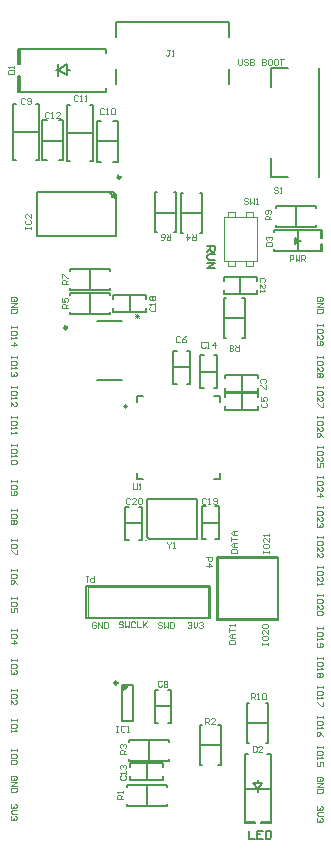
<source format=gto>
G04*
G04 #@! TF.GenerationSoftware,Altium Limited,Altium Designer,21.8.1 (53)*
G04*
G04 Layer_Color=65535*
%FSLAX23Y23*%
%MOIN*%
G70*
G04*
G04 #@! TF.SameCoordinates,9A98099C-E915-48DC-B274-BBC1B63A1E23*
G04*
G04*
G04 #@! TF.FilePolarity,Positive*
G04*
G01*
G75*
%ADD10C,0.010*%
%ADD11C,0.008*%
%ADD12C,0.004*%
%ADD13C,0.006*%
%ADD14C,0.005*%
G36*
X401Y-2167D02*
X419D01*
Y-2170D01*
X407Y-2182D01*
X401D01*
Y-2167D01*
D02*
G37*
G36*
X377Y-532D02*
X380Y-544D01*
X374D01*
X362Y-532D01*
Y-524D01*
X377Y-532D01*
D02*
G37*
D10*
X217Y-975D02*
G03*
X217Y-975I-5J0D01*
G01*
X385Y-2159D02*
G03*
X385Y-2159I-5J0D01*
G01*
X395Y-473D02*
G03*
X395Y-473I-5J0D01*
G01*
D11*
X416Y-1238D02*
G03*
X416Y-1238I-4J0D01*
G01*
X403Y-2182D02*
G03*
X419Y-2167I0J16D01*
G01*
X362Y-526D02*
G03*
X380Y-544I18J0D01*
G01*
X898Y-110D02*
X953D01*
X898Y-173D02*
Y-110D01*
Y-472D02*
Y-409D01*
Y-472D02*
X953D01*
X1056D02*
Y-110D01*
X281Y-1943D02*
Y-1837D01*
Y-1943D02*
X693D01*
Y-1837D01*
X281D02*
X693D01*
X316Y-953D02*
X400D01*
X316Y-1149D02*
X400D01*
X716Y-1738D02*
X922D01*
X716Y-1950D02*
Y-1738D01*
X922Y-1950D02*
Y-1738D01*
X716Y-1950D02*
X922D01*
X756Y-6D02*
Y45D01*
X379D02*
X756D01*
X379Y-6D02*
Y45D01*
X756Y-162D02*
Y-113D01*
X379Y-162D02*
Y-113D01*
X401Y-2167D02*
X437D01*
X401Y-2285D02*
X437D01*
X401D02*
Y-2167D01*
X437Y-2285D02*
Y-2167D01*
X401Y-2182D02*
X403D01*
X54Y-97D02*
Y-46D01*
X346D01*
X54Y-97D02*
X60D01*
Y-46D01*
Y-188D02*
Y-137D01*
X54D02*
X60D01*
X346Y-59D02*
Y-46D01*
X54Y-188D02*
Y-137D01*
X346Y-188D02*
Y-175D01*
X54Y-188D02*
X346D01*
X188Y-137D02*
Y-97D01*
Y-117D02*
X216Y-133D01*
X188Y-117D02*
X216Y-97D01*
Y-133D02*
Y-97D01*
X180Y-117D02*
X188D01*
X216D02*
X228D01*
X116Y-670D02*
X380D01*
X116D02*
Y-524D01*
X362Y-526D02*
Y-524D01*
X116D02*
X371D01*
X380Y-533D01*
Y-670D02*
Y-533D01*
X492Y-1679D02*
X524D01*
X484Y-1671D02*
X492Y-1679D01*
X484Y-1671D02*
Y-1545D01*
X650D01*
Y-1679D02*
Y-1545D01*
X524Y-1679D02*
X650D01*
D12*
X482Y-1683D02*
G03*
X482Y-1683I-2J0D01*
G01*
X287Y-1940D02*
Y-1840D01*
X687Y-1940D02*
Y-1840D01*
X287D02*
X687D01*
X287Y-1940D02*
X687D01*
X719Y-1944D02*
X919D01*
Y-1744D01*
X719D02*
X919D01*
X719Y-1944D02*
Y-1744D01*
X755Y-606D02*
Y-588D01*
X778D01*
Y-606D02*
Y-588D01*
X814Y-606D02*
Y-588D01*
X837D01*
Y-606D02*
Y-588D01*
Y-770D02*
Y-752D01*
X814Y-770D02*
X837D01*
X814D02*
Y-752D01*
X778Y-770D02*
Y-752D01*
X755Y-770D02*
X778D01*
X755D02*
Y-752D01*
X741D02*
X851D01*
Y-606D01*
X741D02*
X851D01*
X741Y-752D02*
Y-606D01*
X405Y-2546D02*
X385D01*
Y-2536D01*
X388Y-2533D01*
X395D01*
X398Y-2536D01*
Y-2546D01*
Y-2540D02*
X405Y-2533D01*
Y-2526D02*
Y-2520D01*
Y-2523D01*
X385D01*
X388Y-2526D01*
X405Y-1958D02*
X402Y-1954D01*
X395D01*
X392Y-1958D01*
Y-1961D01*
X395Y-1964D01*
X402D01*
X405Y-1968D01*
Y-1971D01*
X402Y-1974D01*
X395D01*
X392Y-1971D01*
X412Y-1954D02*
Y-1974D01*
X418Y-1968D01*
X425Y-1974D01*
Y-1954D01*
X444Y-1958D02*
X441Y-1954D01*
X435D01*
X431Y-1958D01*
Y-1971D01*
X435Y-1974D01*
X441D01*
X444Y-1971D01*
X451Y-1954D02*
Y-1974D01*
X464D01*
X471Y-1954D02*
Y-1974D01*
Y-1968D01*
X484Y-1954D01*
X474Y-1964D01*
X484Y-1974D01*
X535Y-1959D02*
X532Y-1955D01*
X525D01*
X522Y-1959D01*
Y-1962D01*
X525Y-1965D01*
X532D01*
X535Y-1969D01*
Y-1972D01*
X532Y-1975D01*
X525D01*
X522Y-1972D01*
X542Y-1955D02*
Y-1975D01*
X548Y-1969D01*
X555Y-1975D01*
Y-1955D01*
X561D02*
Y-1975D01*
X571D01*
X574Y-1972D01*
Y-1959D01*
X571Y-1955D01*
X561D01*
X315Y-1959D02*
X312Y-1955D01*
X305D01*
X302Y-1959D01*
Y-1972D01*
X305Y-1975D01*
X312D01*
X315Y-1972D01*
Y-1965D01*
X308D01*
X322Y-1975D02*
Y-1955D01*
X335Y-1975D01*
Y-1955D01*
X341D02*
Y-1975D01*
X351D01*
X354Y-1972D01*
Y-1959D01*
X351Y-1955D01*
X341D01*
X619Y-1960D02*
X622Y-1956D01*
X629D01*
X632Y-1960D01*
Y-1963D01*
X629Y-1966D01*
X625D01*
X629D01*
X632Y-1970D01*
Y-1973D01*
X629Y-1976D01*
X622D01*
X619Y-1973D01*
X639Y-1956D02*
Y-1970D01*
X645Y-1976D01*
X652Y-1970D01*
Y-1956D01*
X658Y-1960D02*
X662Y-1956D01*
X668D01*
X671Y-1960D01*
Y-1963D01*
X668Y-1966D01*
X665D01*
X668D01*
X671Y-1970D01*
Y-1973D01*
X668Y-1976D01*
X662D01*
X658Y-1973D01*
X959Y-753D02*
Y-733D01*
X969D01*
X972Y-737D01*
Y-743D01*
X969Y-747D01*
X959D01*
X979Y-733D02*
Y-753D01*
X985Y-747D01*
X992Y-753D01*
Y-733D01*
X998Y-753D02*
Y-733D01*
X1008D01*
X1011Y-737D01*
Y-743D01*
X1008Y-747D01*
X998D01*
X1005D02*
X1011Y-753D01*
X919Y-509D02*
X916Y-506D01*
X909D01*
X906Y-509D01*
Y-513D01*
X909Y-516D01*
X916D01*
X919Y-519D01*
Y-523D01*
X916Y-526D01*
X909D01*
X906Y-523D01*
X926Y-526D02*
X932D01*
X929D01*
Y-506D01*
X926Y-509D01*
X788Y-78D02*
Y-95D01*
X791Y-98D01*
X798D01*
X801Y-95D01*
Y-78D01*
X821Y-82D02*
X817Y-78D01*
X811D01*
X808Y-82D01*
Y-85D01*
X811Y-88D01*
X817D01*
X821Y-92D01*
Y-95D01*
X817Y-98D01*
X811D01*
X808Y-95D01*
X827Y-78D02*
Y-98D01*
X837D01*
X840Y-95D01*
Y-92D01*
X837Y-88D01*
X827D01*
X837D01*
X840Y-85D01*
Y-82D01*
X837Y-78D01*
X827D01*
X867D02*
Y-98D01*
X876D01*
X880Y-95D01*
Y-92D01*
X876Y-88D01*
X867D01*
X876D01*
X880Y-85D01*
Y-82D01*
X876Y-78D01*
X867D01*
X896D02*
X890D01*
X886Y-82D01*
Y-95D01*
X890Y-98D01*
X896D01*
X899Y-95D01*
Y-82D01*
X896Y-78D01*
X916D02*
X909D01*
X906Y-82D01*
Y-95D01*
X909Y-98D01*
X916D01*
X919Y-95D01*
Y-82D01*
X916Y-78D01*
X926D02*
X939D01*
X932D01*
Y-98D01*
X49Y-1269D02*
Y-1275D01*
Y-1272D01*
X29D01*
Y-1269D01*
Y-1275D01*
X49Y-1295D02*
Y-1289D01*
X45Y-1285D01*
X32D01*
X29Y-1289D01*
Y-1295D01*
X32Y-1298D01*
X45D01*
X49Y-1295D01*
X29Y-1305D02*
Y-1312D01*
Y-1308D01*
X49D01*
X45Y-1305D01*
X29Y-1321D02*
Y-1328D01*
Y-1325D01*
X49D01*
X45Y-1321D01*
X45Y-887D02*
X49Y-884D01*
Y-877D01*
X45Y-874D01*
X32D01*
X29Y-877D01*
Y-884D01*
X32Y-887D01*
X39D01*
Y-880D01*
X29Y-894D02*
X49D01*
X29Y-907D01*
X49D01*
Y-913D02*
X29D01*
Y-923D01*
X32Y-926D01*
X45D01*
X49Y-923D01*
Y-913D01*
X49Y-969D02*
Y-975D01*
Y-972D01*
X29D01*
Y-969D01*
Y-975D01*
X49Y-995D02*
Y-989D01*
X45Y-985D01*
X32D01*
X29Y-989D01*
Y-995D01*
X32Y-998D01*
X45D01*
X49Y-995D01*
X29Y-1005D02*
Y-1012D01*
Y-1008D01*
X49D01*
X45Y-1005D01*
X29Y-1031D02*
X49D01*
X39Y-1021D01*
Y-1035D01*
X49Y-1069D02*
Y-1075D01*
Y-1072D01*
X29D01*
Y-1069D01*
Y-1075D01*
X49Y-1095D02*
Y-1089D01*
X45Y-1085D01*
X32D01*
X29Y-1089D01*
Y-1095D01*
X32Y-1098D01*
X45D01*
X49Y-1095D01*
X29Y-1105D02*
Y-1112D01*
Y-1108D01*
X49D01*
X45Y-1105D01*
Y-1121D02*
X49Y-1125D01*
Y-1131D01*
X45Y-1135D01*
X42D01*
X39Y-1131D01*
Y-1128D01*
Y-1131D01*
X35Y-1135D01*
X32D01*
X29Y-1131D01*
Y-1125D01*
X32Y-1121D01*
X49Y-1169D02*
Y-1175D01*
Y-1172D01*
X29D01*
Y-1169D01*
Y-1175D01*
X49Y-1195D02*
Y-1189D01*
X45Y-1185D01*
X32D01*
X29Y-1189D01*
Y-1195D01*
X32Y-1198D01*
X45D01*
X49Y-1195D01*
X29Y-1205D02*
Y-1212D01*
Y-1208D01*
X49D01*
X45Y-1205D01*
X29Y-1235D02*
Y-1221D01*
X42Y-1235D01*
X45D01*
X49Y-1231D01*
Y-1225D01*
X45Y-1221D01*
X49Y-1364D02*
Y-1370D01*
Y-1367D01*
X29D01*
Y-1364D01*
Y-1370D01*
X49Y-1390D02*
Y-1384D01*
X45Y-1380D01*
X32D01*
X29Y-1384D01*
Y-1390D01*
X32Y-1393D01*
X45D01*
X49Y-1390D01*
X29Y-1400D02*
Y-1407D01*
Y-1403D01*
X49D01*
X45Y-1400D01*
Y-1416D02*
X49Y-1420D01*
Y-1426D01*
X45Y-1430D01*
X32D01*
X29Y-1426D01*
Y-1420D01*
X32Y-1416D01*
X45D01*
X49Y-1484D02*
Y-1490D01*
Y-1487D01*
X29D01*
Y-1484D01*
Y-1490D01*
X49Y-1510D02*
Y-1504D01*
X45Y-1500D01*
X32D01*
X29Y-1504D01*
Y-1510D01*
X32Y-1513D01*
X45D01*
X49Y-1510D01*
X32Y-1520D02*
X29Y-1523D01*
Y-1530D01*
X32Y-1533D01*
X45D01*
X49Y-1530D01*
Y-1523D01*
X45Y-1520D01*
X42D01*
X39Y-1523D01*
Y-1533D01*
X49Y-1579D02*
Y-1585D01*
Y-1582D01*
X29D01*
Y-1579D01*
Y-1585D01*
X49Y-1605D02*
Y-1599D01*
X45Y-1595D01*
X32D01*
X29Y-1599D01*
Y-1605D01*
X32Y-1608D01*
X45D01*
X49Y-1605D01*
X45Y-1615D02*
X49Y-1618D01*
Y-1625D01*
X45Y-1628D01*
X42D01*
X39Y-1625D01*
X35Y-1628D01*
X32D01*
X29Y-1625D01*
Y-1618D01*
X32Y-1615D01*
X35D01*
X39Y-1618D01*
X42Y-1615D01*
X45D01*
X39Y-1618D02*
Y-1625D01*
X49Y-1679D02*
Y-1685D01*
Y-1682D01*
X29D01*
Y-1679D01*
Y-1685D01*
X49Y-1705D02*
Y-1699D01*
X45Y-1695D01*
X32D01*
X29Y-1699D01*
Y-1705D01*
X32Y-1708D01*
X45D01*
X49Y-1705D01*
Y-1715D02*
Y-1728D01*
X45D01*
X32Y-1715D01*
X29D01*
X49Y-1779D02*
Y-1785D01*
Y-1782D01*
X29D01*
Y-1779D01*
Y-1785D01*
X49Y-1805D02*
Y-1799D01*
X45Y-1795D01*
X32D01*
X29Y-1799D01*
Y-1805D01*
X32Y-1808D01*
X45D01*
X49Y-1805D01*
Y-1828D02*
X45Y-1822D01*
X39Y-1815D01*
X32D01*
X29Y-1818D01*
Y-1825D01*
X32Y-1828D01*
X35D01*
X39Y-1825D01*
Y-1815D01*
X49Y-1874D02*
Y-1880D01*
Y-1877D01*
X29D01*
Y-1874D01*
Y-1880D01*
X49Y-1900D02*
Y-1894D01*
X45Y-1890D01*
X32D01*
X29Y-1894D01*
Y-1900D01*
X32Y-1903D01*
X45D01*
X49Y-1900D01*
Y-1923D02*
Y-1910D01*
X39D01*
X42Y-1917D01*
Y-1920D01*
X39Y-1923D01*
X32D01*
X29Y-1920D01*
Y-1913D01*
X32Y-1910D01*
X49Y-1979D02*
Y-1985D01*
Y-1982D01*
X29D01*
Y-1979D01*
Y-1985D01*
X49Y-2005D02*
Y-1999D01*
X45Y-1995D01*
X32D01*
X29Y-1999D01*
Y-2005D01*
X32Y-2008D01*
X45D01*
X49Y-2005D01*
X29Y-2025D02*
X49D01*
X39Y-2015D01*
Y-2028D01*
X49Y-2079D02*
Y-2085D01*
Y-2082D01*
X29D01*
Y-2079D01*
Y-2085D01*
X49Y-2105D02*
Y-2099D01*
X45Y-2095D01*
X32D01*
X29Y-2099D01*
Y-2105D01*
X32Y-2108D01*
X45D01*
X49Y-2105D01*
X45Y-2115D02*
X49Y-2118D01*
Y-2125D01*
X45Y-2128D01*
X42D01*
X39Y-2125D01*
Y-2122D01*
Y-2125D01*
X35Y-2128D01*
X32D01*
X29Y-2125D01*
Y-2118D01*
X32Y-2115D01*
X49Y-2179D02*
Y-2185D01*
Y-2182D01*
X29D01*
Y-2179D01*
Y-2185D01*
X49Y-2205D02*
Y-2199D01*
X45Y-2195D01*
X32D01*
X29Y-2199D01*
Y-2205D01*
X32Y-2208D01*
X45D01*
X49Y-2205D01*
X29Y-2228D02*
Y-2215D01*
X42Y-2228D01*
X45D01*
X49Y-2225D01*
Y-2218D01*
X45Y-2215D01*
X49Y-2279D02*
Y-2285D01*
Y-2282D01*
X29D01*
Y-2279D01*
Y-2285D01*
X49Y-2305D02*
Y-2299D01*
X45Y-2295D01*
X32D01*
X29Y-2299D01*
Y-2305D01*
X32Y-2308D01*
X45D01*
X49Y-2305D01*
X29Y-2315D02*
Y-2322D01*
Y-2318D01*
X49D01*
X45Y-2315D01*
X49Y-2379D02*
Y-2385D01*
Y-2382D01*
X29D01*
Y-2379D01*
Y-2385D01*
X49Y-2405D02*
Y-2399D01*
X45Y-2395D01*
X32D01*
X29Y-2399D01*
Y-2405D01*
X32Y-2408D01*
X45D01*
X49Y-2405D01*
X45Y-2415D02*
X49Y-2418D01*
Y-2425D01*
X45Y-2428D01*
X32D01*
X29Y-2425D01*
Y-2418D01*
X32Y-2415D01*
X45D01*
Y-2482D02*
X49Y-2479D01*
Y-2472D01*
X45Y-2469D01*
X32D01*
X29Y-2472D01*
Y-2479D01*
X32Y-2482D01*
X39D01*
Y-2475D01*
X29Y-2489D02*
X49D01*
X29Y-2502D01*
X49D01*
Y-2508D02*
X29D01*
Y-2518D01*
X32Y-2521D01*
X45D01*
X49Y-2518D01*
Y-2508D01*
X45Y-2564D02*
X49Y-2567D01*
Y-2574D01*
X45Y-2577D01*
X42D01*
X39Y-2574D01*
Y-2570D01*
Y-2574D01*
X35Y-2577D01*
X32D01*
X29Y-2574D01*
Y-2567D01*
X32Y-2564D01*
X49Y-2584D02*
X35D01*
X29Y-2590D01*
X35Y-2597D01*
X49D01*
X45Y-2603D02*
X49Y-2607D01*
Y-2613D01*
X45Y-2616D01*
X42D01*
X39Y-2613D01*
Y-2610D01*
Y-2613D01*
X35Y-2616D01*
X32D01*
X29Y-2613D01*
Y-2607D01*
X32Y-2603D01*
X1065Y-2569D02*
X1069Y-2572D01*
Y-2579D01*
X1065Y-2582D01*
X1062D01*
X1059Y-2579D01*
Y-2575D01*
Y-2579D01*
X1055Y-2582D01*
X1052D01*
X1049Y-2579D01*
Y-2572D01*
X1052Y-2569D01*
X1069Y-2589D02*
X1055D01*
X1049Y-2595D01*
X1055Y-2602D01*
X1069D01*
X1065Y-2608D02*
X1069Y-2612D01*
Y-2618D01*
X1065Y-2621D01*
X1062D01*
X1059Y-2618D01*
Y-2615D01*
Y-2618D01*
X1055Y-2621D01*
X1052D01*
X1049Y-2618D01*
Y-2612D01*
X1052Y-2608D01*
X1065Y-2487D02*
X1069Y-2484D01*
Y-2477D01*
X1065Y-2474D01*
X1052D01*
X1049Y-2477D01*
Y-2484D01*
X1052Y-2487D01*
X1059D01*
Y-2480D01*
X1049Y-2494D02*
X1069D01*
X1049Y-2507D01*
X1069D01*
Y-2513D02*
X1049D01*
Y-2523D01*
X1052Y-2526D01*
X1065D01*
X1069Y-2523D01*
Y-2513D01*
Y-2369D02*
Y-2375D01*
Y-2372D01*
X1049D01*
Y-2369D01*
Y-2375D01*
X1069Y-2395D02*
Y-2389D01*
X1065Y-2385D01*
X1052D01*
X1049Y-2389D01*
Y-2395D01*
X1052Y-2398D01*
X1065D01*
X1069Y-2395D01*
X1049Y-2405D02*
Y-2412D01*
Y-2408D01*
X1069D01*
X1065Y-2405D01*
X1069Y-2435D02*
Y-2421D01*
X1059D01*
X1062Y-2428D01*
Y-2431D01*
X1059Y-2435D01*
X1052D01*
X1049Y-2431D01*
Y-2425D01*
X1052Y-2421D01*
X1069Y-2269D02*
Y-2275D01*
Y-2272D01*
X1049D01*
Y-2269D01*
Y-2275D01*
X1069Y-2295D02*
Y-2289D01*
X1065Y-2285D01*
X1052D01*
X1049Y-2289D01*
Y-2295D01*
X1052Y-2298D01*
X1065D01*
X1069Y-2295D01*
X1049Y-2305D02*
Y-2312D01*
Y-2308D01*
X1069D01*
X1065Y-2305D01*
X1069Y-2335D02*
X1065Y-2328D01*
X1059Y-2321D01*
X1052D01*
X1049Y-2325D01*
Y-2331D01*
X1052Y-2335D01*
X1055D01*
X1059Y-2331D01*
Y-2321D01*
X1069Y-2169D02*
Y-2175D01*
Y-2172D01*
X1049D01*
Y-2169D01*
Y-2175D01*
X1069Y-2195D02*
Y-2189D01*
X1065Y-2185D01*
X1052D01*
X1049Y-2189D01*
Y-2195D01*
X1052Y-2198D01*
X1065D01*
X1069Y-2195D01*
X1049Y-2205D02*
Y-2212D01*
Y-2208D01*
X1069D01*
X1065Y-2205D01*
X1069Y-2221D02*
Y-2235D01*
X1065D01*
X1052Y-2221D01*
X1049D01*
X1069Y-2074D02*
Y-2080D01*
Y-2077D01*
X1049D01*
Y-2074D01*
Y-2080D01*
X1069Y-2100D02*
Y-2094D01*
X1065Y-2090D01*
X1052D01*
X1049Y-2094D01*
Y-2100D01*
X1052Y-2103D01*
X1065D01*
X1069Y-2100D01*
X1049Y-2110D02*
Y-2117D01*
Y-2113D01*
X1069D01*
X1065Y-2110D01*
Y-2126D02*
X1069Y-2130D01*
Y-2136D01*
X1065Y-2140D01*
X1062D01*
X1059Y-2136D01*
X1055Y-2140D01*
X1052D01*
X1049Y-2136D01*
Y-2130D01*
X1052Y-2126D01*
X1055D01*
X1059Y-2130D01*
X1062Y-2126D01*
X1065D01*
X1059Y-2130D02*
Y-2136D01*
X1069Y-1974D02*
Y-1980D01*
Y-1977D01*
X1049D01*
Y-1974D01*
Y-1980D01*
X1069Y-2000D02*
Y-1994D01*
X1065Y-1990D01*
X1052D01*
X1049Y-1994D01*
Y-2000D01*
X1052Y-2003D01*
X1065D01*
X1069Y-2000D01*
X1049Y-2010D02*
Y-2017D01*
Y-2013D01*
X1069D01*
X1065Y-2010D01*
X1052Y-2026D02*
X1049Y-2030D01*
Y-2036D01*
X1052Y-2040D01*
X1065D01*
X1069Y-2036D01*
Y-2030D01*
X1065Y-2026D01*
X1062D01*
X1059Y-2030D01*
Y-2040D01*
X1069Y-1864D02*
Y-1870D01*
Y-1867D01*
X1049D01*
Y-1864D01*
Y-1870D01*
X1069Y-1890D02*
Y-1884D01*
X1065Y-1880D01*
X1052D01*
X1049Y-1884D01*
Y-1890D01*
X1052Y-1893D01*
X1065D01*
X1069Y-1890D01*
X1049Y-1913D02*
Y-1900D01*
X1062Y-1913D01*
X1065D01*
X1069Y-1910D01*
Y-1903D01*
X1065Y-1900D01*
Y-1920D02*
X1069Y-1923D01*
Y-1930D01*
X1065Y-1933D01*
X1052D01*
X1049Y-1930D01*
Y-1923D01*
X1052Y-1920D01*
X1065D01*
X1069Y-1769D02*
Y-1775D01*
Y-1772D01*
X1049D01*
Y-1769D01*
Y-1775D01*
X1069Y-1795D02*
Y-1789D01*
X1065Y-1785D01*
X1052D01*
X1049Y-1789D01*
Y-1795D01*
X1052Y-1798D01*
X1065D01*
X1069Y-1795D01*
X1049Y-1818D02*
Y-1805D01*
X1062Y-1818D01*
X1065D01*
X1069Y-1815D01*
Y-1808D01*
X1065Y-1805D01*
X1049Y-1825D02*
Y-1831D01*
Y-1828D01*
X1069D01*
X1065Y-1825D01*
X1069Y-1669D02*
Y-1675D01*
Y-1672D01*
X1049D01*
Y-1669D01*
Y-1675D01*
X1069Y-1695D02*
Y-1689D01*
X1065Y-1685D01*
X1052D01*
X1049Y-1689D01*
Y-1695D01*
X1052Y-1698D01*
X1065D01*
X1069Y-1695D01*
X1049Y-1718D02*
Y-1705D01*
X1062Y-1718D01*
X1065D01*
X1069Y-1715D01*
Y-1708D01*
X1065Y-1705D01*
X1049Y-1738D02*
Y-1725D01*
X1062Y-1738D01*
X1065D01*
X1069Y-1735D01*
Y-1728D01*
X1065Y-1725D01*
X1069Y-1569D02*
Y-1575D01*
Y-1572D01*
X1049D01*
Y-1569D01*
Y-1575D01*
X1069Y-1595D02*
Y-1589D01*
X1065Y-1585D01*
X1052D01*
X1049Y-1589D01*
Y-1595D01*
X1052Y-1598D01*
X1065D01*
X1069Y-1595D01*
X1049Y-1618D02*
Y-1605D01*
X1062Y-1618D01*
X1065D01*
X1069Y-1615D01*
Y-1608D01*
X1065Y-1605D01*
Y-1625D02*
X1069Y-1628D01*
Y-1635D01*
X1065Y-1638D01*
X1062D01*
X1059Y-1635D01*
Y-1631D01*
Y-1635D01*
X1055Y-1638D01*
X1052D01*
X1049Y-1635D01*
Y-1628D01*
X1052Y-1625D01*
X1069Y-1469D02*
Y-1475D01*
Y-1472D01*
X1049D01*
Y-1469D01*
Y-1475D01*
X1069Y-1495D02*
Y-1489D01*
X1065Y-1485D01*
X1052D01*
X1049Y-1489D01*
Y-1495D01*
X1052Y-1498D01*
X1065D01*
X1069Y-1495D01*
X1049Y-1518D02*
Y-1505D01*
X1062Y-1518D01*
X1065D01*
X1069Y-1515D01*
Y-1508D01*
X1065Y-1505D01*
X1049Y-1535D02*
X1069D01*
X1059Y-1525D01*
Y-1538D01*
X1069Y-1369D02*
Y-1375D01*
Y-1372D01*
X1049D01*
Y-1369D01*
Y-1375D01*
X1069Y-1395D02*
Y-1389D01*
X1065Y-1385D01*
X1052D01*
X1049Y-1389D01*
Y-1395D01*
X1052Y-1398D01*
X1065D01*
X1069Y-1395D01*
X1049Y-1418D02*
Y-1405D01*
X1062Y-1418D01*
X1065D01*
X1069Y-1415D01*
Y-1408D01*
X1065Y-1405D01*
X1069Y-1438D02*
Y-1425D01*
X1059D01*
X1062Y-1431D01*
Y-1435D01*
X1059Y-1438D01*
X1052D01*
X1049Y-1435D01*
Y-1428D01*
X1052Y-1425D01*
X1069Y-1269D02*
Y-1275D01*
Y-1272D01*
X1049D01*
Y-1269D01*
Y-1275D01*
X1069Y-1295D02*
Y-1289D01*
X1065Y-1285D01*
X1052D01*
X1049Y-1289D01*
Y-1295D01*
X1052Y-1298D01*
X1065D01*
X1069Y-1295D01*
X1049Y-1318D02*
Y-1305D01*
X1062Y-1318D01*
X1065D01*
X1069Y-1315D01*
Y-1308D01*
X1065Y-1305D01*
X1069Y-1338D02*
X1065Y-1331D01*
X1059Y-1325D01*
X1052D01*
X1049Y-1328D01*
Y-1335D01*
X1052Y-1338D01*
X1055D01*
X1059Y-1335D01*
Y-1325D01*
X1069Y-1169D02*
Y-1175D01*
Y-1172D01*
X1049D01*
Y-1169D01*
Y-1175D01*
X1069Y-1195D02*
Y-1189D01*
X1065Y-1185D01*
X1052D01*
X1049Y-1189D01*
Y-1195D01*
X1052Y-1198D01*
X1065D01*
X1069Y-1195D01*
X1049Y-1218D02*
Y-1205D01*
X1062Y-1218D01*
X1065D01*
X1069Y-1215D01*
Y-1208D01*
X1065Y-1205D01*
X1069Y-1225D02*
Y-1238D01*
X1065D01*
X1052Y-1225D01*
X1049D01*
X1069Y-1069D02*
Y-1075D01*
Y-1072D01*
X1049D01*
Y-1069D01*
Y-1075D01*
X1069Y-1095D02*
Y-1089D01*
X1065Y-1085D01*
X1052D01*
X1049Y-1089D01*
Y-1095D01*
X1052Y-1098D01*
X1065D01*
X1069Y-1095D01*
X1049Y-1118D02*
Y-1105D01*
X1062Y-1118D01*
X1065D01*
X1069Y-1115D01*
Y-1108D01*
X1065Y-1105D01*
Y-1125D02*
X1069Y-1128D01*
Y-1135D01*
X1065Y-1138D01*
X1062D01*
X1059Y-1135D01*
X1055Y-1138D01*
X1052D01*
X1049Y-1135D01*
Y-1128D01*
X1052Y-1125D01*
X1055D01*
X1059Y-1128D01*
X1062Y-1125D01*
X1065D01*
X1059Y-1128D02*
Y-1135D01*
X1069Y-964D02*
Y-970D01*
Y-967D01*
X1049D01*
Y-964D01*
Y-970D01*
X1069Y-990D02*
Y-984D01*
X1065Y-980D01*
X1052D01*
X1049Y-984D01*
Y-990D01*
X1052Y-993D01*
X1065D01*
X1069Y-990D01*
X1049Y-1013D02*
Y-1000D01*
X1062Y-1013D01*
X1065D01*
X1069Y-1010D01*
Y-1003D01*
X1065Y-1000D01*
X1052Y-1020D02*
X1049Y-1023D01*
Y-1030D01*
X1052Y-1033D01*
X1065D01*
X1069Y-1030D01*
Y-1023D01*
X1065Y-1020D01*
X1062D01*
X1059Y-1023D01*
Y-1033D01*
X1065Y-887D02*
X1069Y-884D01*
Y-877D01*
X1065Y-874D01*
X1052D01*
X1049Y-877D01*
Y-884D01*
X1052Y-887D01*
X1059D01*
Y-880D01*
X1049Y-894D02*
X1069D01*
X1049Y-907D01*
X1069D01*
Y-913D02*
X1049D01*
Y-923D01*
X1052Y-926D01*
X1065D01*
X1069Y-923D01*
Y-913D01*
X308Y-1803D02*
Y-1823D01*
X298D01*
X295Y-1820D01*
Y-1813D01*
X298Y-1810D01*
X308D01*
X288Y-1803D02*
X282D01*
X285D01*
Y-1823D01*
X288Y-1820D01*
X764Y-1726D02*
X784D01*
Y-1716D01*
X780Y-1713D01*
X767D01*
X764Y-1716D01*
Y-1726D01*
X784Y-1706D02*
X770D01*
X764Y-1700D01*
X770Y-1693D01*
X784D01*
X774D01*
Y-1706D01*
X764Y-1687D02*
Y-1673D01*
Y-1680D01*
X784D01*
Y-1667D02*
X770D01*
X764Y-1660D01*
X770Y-1654D01*
X784D01*
X774D01*
Y-1667D01*
X870Y-1726D02*
Y-1719D01*
Y-1723D01*
X890D01*
Y-1726D01*
Y-1719D01*
X870Y-1700D02*
Y-1706D01*
X873Y-1709D01*
X887D01*
X890Y-1706D01*
Y-1700D01*
X887Y-1696D01*
X873D01*
X870Y-1700D01*
X890Y-1677D02*
Y-1690D01*
X877Y-1677D01*
X873D01*
X870Y-1680D01*
Y-1687D01*
X873Y-1690D01*
X890Y-1670D02*
Y-1664D01*
Y-1667D01*
X870D01*
X873Y-1670D01*
X758Y-2028D02*
X778D01*
Y-2018D01*
X775Y-2015D01*
X762D01*
X758Y-2018D01*
Y-2028D01*
X778Y-2008D02*
X765D01*
X758Y-2002D01*
X765Y-1995D01*
X778D01*
X768D01*
Y-2008D01*
X758Y-1989D02*
Y-1976D01*
Y-1982D01*
X778D01*
Y-1969D02*
Y-1962D01*
Y-1966D01*
X758D01*
X762Y-1969D01*
X868Y-2032D02*
Y-2025D01*
Y-2029D01*
X888D01*
Y-2032D01*
Y-2025D01*
X868Y-2006D02*
Y-2012D01*
X872Y-2016D01*
X885D01*
X888Y-2012D01*
Y-2006D01*
X885Y-2002D01*
X872D01*
X868Y-2006D01*
X888Y-1983D02*
Y-1996D01*
X875Y-1983D01*
X872D01*
X868Y-1986D01*
Y-1993D01*
X872Y-1996D01*
Y-1976D02*
X868Y-1973D01*
Y-1966D01*
X872Y-1963D01*
X885D01*
X888Y-1966D01*
Y-1973D01*
X885Y-1976D01*
X872D01*
X831Y-2214D02*
Y-2194D01*
X841D01*
X845Y-2197D01*
Y-2204D01*
X841Y-2207D01*
X831D01*
X838D02*
X845Y-2214D01*
X851D02*
X858D01*
X854D01*
Y-2194D01*
X851Y-2197D01*
X867D02*
X871Y-2194D01*
X877D01*
X881Y-2197D01*
Y-2211D01*
X877Y-2214D01*
X871D01*
X867Y-2211D01*
Y-2197D01*
X836Y-2369D02*
Y-2389D01*
X845D01*
X849Y-2386D01*
Y-2372D01*
X845Y-2369D01*
X836D01*
X868Y-2389D02*
X855D01*
X868Y-2376D01*
Y-2372D01*
X865Y-2369D01*
X859D01*
X855Y-2372D01*
X881Y-703D02*
X901D01*
Y-694D01*
X898Y-690D01*
X884D01*
X881Y-694D01*
Y-703D01*
X884Y-684D02*
X881Y-680D01*
Y-674D01*
X884Y-671D01*
X888D01*
X891Y-674D01*
Y-677D01*
Y-674D01*
X894Y-671D01*
X898D01*
X901Y-674D01*
Y-680D01*
X898Y-684D01*
X896Y-614D02*
X876D01*
Y-605D01*
X879Y-601D01*
X886D01*
X889Y-605D01*
Y-614D01*
Y-608D02*
X896Y-601D01*
X893Y-595D02*
X896Y-591D01*
Y-585D01*
X893Y-582D01*
X879D01*
X876Y-585D01*
Y-591D01*
X879Y-595D01*
X883D01*
X886Y-591D01*
Y-582D01*
X551Y-1689D02*
Y-1692D01*
X558Y-1699D01*
X565Y-1692D01*
Y-1689D01*
X558Y-1699D02*
Y-1709D01*
X571D02*
X578D01*
X574D01*
Y-1689D01*
X571Y-1692D01*
X436Y-1494D02*
Y-1511D01*
X439Y-1514D01*
X446D01*
X449Y-1511D01*
Y-1494D01*
X456Y-1514D02*
X462D01*
X459D01*
Y-1494D01*
X456Y-1498D01*
X821Y-545D02*
X818Y-542D01*
X811D01*
X808Y-545D01*
Y-549D01*
X811Y-552D01*
X818D01*
X821Y-555D01*
Y-559D01*
X818Y-562D01*
X811D01*
X808Y-559D01*
X828Y-542D02*
Y-562D01*
X834Y-555D01*
X841Y-562D01*
Y-542D01*
X847Y-562D02*
X854D01*
X851D01*
Y-542D01*
X847Y-545D01*
X791Y-1032D02*
Y-1052D01*
X782D01*
X778Y-1049D01*
Y-1042D01*
X782Y-1039D01*
X791D01*
X785D02*
X778Y-1032D01*
X772Y-1049D02*
X768Y-1052D01*
X762D01*
X759Y-1049D01*
Y-1045D01*
X762Y-1042D01*
X759Y-1039D01*
Y-1035D01*
X762Y-1032D01*
X768D01*
X772Y-1035D01*
Y-1039D01*
X768Y-1042D01*
X772Y-1045D01*
Y-1049D01*
X768Y-1042D02*
X762D01*
X221Y-830D02*
X201D01*
Y-820D01*
X204Y-817D01*
X211D01*
X214Y-820D01*
Y-830D01*
Y-823D02*
X221Y-817D01*
X201Y-810D02*
Y-797D01*
X204D01*
X217Y-810D01*
X221D01*
X562Y-664D02*
Y-684D01*
X553D01*
X549Y-681D01*
Y-674D01*
X553Y-671D01*
X562D01*
X556D02*
X549Y-664D01*
X530Y-684D02*
X536Y-681D01*
X543Y-674D01*
Y-667D01*
X539Y-664D01*
X533D01*
X530Y-667D01*
Y-671D01*
X533Y-674D01*
X543D01*
X220Y-909D02*
X201D01*
Y-900D01*
X204Y-896D01*
X211D01*
X214Y-900D01*
Y-909D01*
Y-903D02*
X220Y-896D01*
X201Y-877D02*
Y-890D01*
X211D01*
X207Y-883D01*
Y-880D01*
X211Y-877D01*
X217D01*
X220Y-880D01*
Y-886D01*
X217Y-890D01*
X646Y-664D02*
Y-684D01*
X637D01*
X633Y-681D01*
Y-674D01*
X637Y-671D01*
X646D01*
X640D02*
X633Y-664D01*
X617D02*
Y-684D01*
X627Y-674D01*
X614D01*
X415Y-2396D02*
X395D01*
Y-2387D01*
X398Y-2383D01*
X405D01*
X408Y-2387D01*
Y-2396D01*
Y-2390D02*
X415Y-2383D01*
X398Y-2377D02*
X395Y-2373D01*
Y-2367D01*
X398Y-2364D01*
X402D01*
X405Y-2367D01*
Y-2370D01*
Y-2367D01*
X408Y-2364D01*
X412D01*
X415Y-2367D01*
Y-2373D01*
X412Y-2377D01*
X678Y-2296D02*
Y-2276D01*
X687D01*
X691Y-2279D01*
Y-2286D01*
X687Y-2289D01*
X678D01*
X684D02*
X691Y-2296D01*
X710D02*
X697D01*
X710Y-2283D01*
Y-2279D01*
X707Y-2276D01*
X701D01*
X697Y-2279D01*
X681Y-1740D02*
X701D01*
Y-1749D01*
X698Y-1753D01*
X691D01*
X688Y-1749D01*
Y-1740D01*
X681Y-1769D02*
X701D01*
X691Y-1759D01*
Y-1772D01*
X559Y-48D02*
X552D01*
X556D01*
Y-65D01*
X552Y-68D01*
X549D01*
X546Y-65D01*
X566Y-68D02*
X572D01*
X569D01*
Y-48D01*
X566Y-51D01*
X78Y-645D02*
Y-638D01*
Y-641D01*
X98D01*
Y-645D01*
Y-638D01*
X81Y-615D02*
X78Y-618D01*
Y-625D01*
X81Y-628D01*
X95D01*
X98Y-625D01*
Y-618D01*
X95Y-615D01*
X98Y-595D02*
Y-609D01*
X85Y-595D01*
X81D01*
X78Y-599D01*
Y-605D01*
X81Y-609D01*
X382Y-2301D02*
X388D01*
X385D01*
Y-2321D01*
X382D01*
X388D01*
X411Y-2304D02*
X408Y-2301D01*
X401D01*
X398Y-2304D01*
Y-2318D01*
X401Y-2321D01*
X408D01*
X411Y-2318D01*
X418Y-2321D02*
X424D01*
X421D01*
Y-2301D01*
X418Y-2304D01*
X22Y-129D02*
X42D01*
Y-119D01*
X39Y-116D01*
X25D01*
X22Y-119D01*
Y-129D01*
X42Y-109D02*
Y-103D01*
Y-106D01*
X22D01*
X25Y-109D01*
X875Y-824D02*
X878Y-820D01*
Y-814D01*
X875Y-810D01*
X862D01*
X859Y-814D01*
Y-820D01*
X862Y-824D01*
X859Y-843D02*
Y-830D01*
X872Y-843D01*
X875D01*
X878Y-840D01*
Y-833D01*
X875Y-830D01*
X859Y-850D02*
Y-856D01*
Y-853D01*
X878D01*
X875Y-850D01*
X428Y-1545D02*
X425Y-1542D01*
X418D01*
X415Y-1545D01*
Y-1559D01*
X418Y-1562D01*
X425D01*
X428Y-1559D01*
X448Y-1562D02*
X434D01*
X448Y-1549D01*
Y-1545D01*
X444Y-1542D01*
X438D01*
X434Y-1545D01*
X454D02*
X457Y-1542D01*
X464D01*
X467Y-1545D01*
Y-1559D01*
X464Y-1562D01*
X457D01*
X454Y-1559D01*
Y-1545D01*
X682Y-1546D02*
X678Y-1543D01*
X672D01*
X668Y-1546D01*
Y-1560D01*
X672Y-1563D01*
X678D01*
X682Y-1560D01*
X688Y-1563D02*
X695D01*
X691D01*
Y-1543D01*
X688Y-1546D01*
X704Y-1560D02*
X708Y-1563D01*
X714D01*
X718Y-1560D01*
Y-1546D01*
X714Y-1543D01*
X708D01*
X704Y-1546D01*
Y-1550D01*
X708Y-1553D01*
X718D01*
X496Y-904D02*
X492Y-908D01*
Y-914D01*
X496Y-918D01*
X509D01*
X512Y-914D01*
Y-908D01*
X509Y-904D01*
X512Y-898D02*
Y-891D01*
Y-895D01*
X492D01*
X496Y-898D01*
Y-882D02*
X492Y-878D01*
Y-872D01*
X496Y-868D01*
X499D01*
X502Y-872D01*
X506Y-868D01*
X509D01*
X512Y-872D01*
Y-878D01*
X509Y-882D01*
X506D01*
X502Y-878D01*
X499Y-882D01*
X496D01*
X502Y-878D02*
Y-872D01*
X679Y-1024D02*
X675Y-1021D01*
X669D01*
X665Y-1024D01*
Y-1038D01*
X669Y-1041D01*
X675D01*
X679Y-1038D01*
X685Y-1041D02*
X692D01*
X688D01*
Y-1021D01*
X685Y-1024D01*
X711Y-1041D02*
Y-1021D01*
X701Y-1031D01*
X715D01*
X396Y-2467D02*
X393Y-2471D01*
Y-2477D01*
X396Y-2481D01*
X410D01*
X413Y-2477D01*
Y-2471D01*
X410Y-2467D01*
X413Y-2461D02*
Y-2454D01*
Y-2458D01*
X393D01*
X396Y-2461D01*
Y-2445D02*
X393Y-2441D01*
Y-2435D01*
X396Y-2431D01*
X400D01*
X403Y-2435D01*
Y-2438D01*
Y-2435D01*
X406Y-2431D01*
X410D01*
X413Y-2435D01*
Y-2441D01*
X410Y-2445D01*
X158Y-259D02*
X155Y-255D01*
X148D01*
X145Y-259D01*
Y-272D01*
X148Y-275D01*
X155D01*
X158Y-272D01*
X165Y-275D02*
X171D01*
X168D01*
Y-255D01*
X165Y-259D01*
X194Y-275D02*
X181D01*
X194Y-262D01*
Y-259D01*
X191Y-255D01*
X185D01*
X181Y-259D01*
X253Y-203D02*
X250Y-200D01*
X243D01*
X240Y-203D01*
Y-217D01*
X243Y-220D01*
X250D01*
X253Y-217D01*
X259Y-220D02*
X266D01*
X263D01*
Y-200D01*
X259Y-203D01*
X276Y-220D02*
X282D01*
X279D01*
Y-200D01*
X276Y-203D01*
X341Y-247D02*
X337Y-244D01*
X331D01*
X327Y-247D01*
Y-261D01*
X331Y-264D01*
X337D01*
X341Y-261D01*
X347Y-264D02*
X354D01*
X350D01*
Y-244D01*
X347Y-247D01*
X363D02*
X367Y-244D01*
X373D01*
X377Y-247D01*
Y-261D01*
X373Y-264D01*
X367D01*
X363Y-261D01*
Y-247D01*
X77Y-212D02*
X73Y-209D01*
X67D01*
X64Y-212D01*
Y-225D01*
X67Y-229D01*
X73D01*
X77Y-225D01*
X83D02*
X87Y-229D01*
X93D01*
X96Y-225D01*
Y-212D01*
X93Y-209D01*
X87D01*
X83Y-212D01*
Y-216D01*
X87Y-219D01*
X96D01*
X533Y-2154D02*
X529Y-2151D01*
X523D01*
X519Y-2154D01*
Y-2167D01*
X523Y-2171D01*
X529D01*
X533Y-2167D01*
X539Y-2154D02*
X542Y-2151D01*
X549D01*
X552Y-2154D01*
Y-2158D01*
X549Y-2161D01*
X552Y-2164D01*
Y-2167D01*
X549Y-2171D01*
X542D01*
X539Y-2167D01*
Y-2164D01*
X542Y-2161D01*
X539Y-2158D01*
Y-2154D01*
X542Y-2161D02*
X549D01*
X876Y-1159D02*
X879Y-1155D01*
Y-1149D01*
X876Y-1145D01*
X863D01*
X860Y-1149D01*
Y-1155D01*
X863Y-1159D01*
X879Y-1165D02*
Y-1178D01*
X876D01*
X863Y-1165D01*
X860D01*
X594Y-1007D02*
X590Y-1004D01*
X584D01*
X581Y-1007D01*
Y-1021D01*
X584Y-1024D01*
X590D01*
X594Y-1021D01*
X613Y-1004D02*
X607Y-1007D01*
X600Y-1014D01*
Y-1021D01*
X604Y-1024D01*
X610D01*
X613Y-1021D01*
Y-1017D01*
X610Y-1014D01*
X600D01*
X867Y-1225D02*
X864Y-1229D01*
Y-1235D01*
X867Y-1238D01*
X880D01*
X884Y-1235D01*
Y-1229D01*
X880Y-1225D01*
X864Y-1206D02*
Y-1219D01*
X874D01*
X871Y-1212D01*
Y-1209D01*
X874Y-1206D01*
X880D01*
X884Y-1209D01*
Y-1215D01*
X880Y-1219D01*
X458Y-929D02*
X444Y-943D01*
Y-929D02*
X458Y-943D01*
X451Y-929D02*
Y-943D01*
X444Y-936D02*
X458D01*
D13*
X36Y-230D02*
X46D01*
X36Y-417D02*
Y-230D01*
Y-417D02*
X46D01*
X114D02*
X124D01*
Y-230D01*
X114D02*
X124D01*
X36Y-324D02*
X124D01*
X226Y-866D02*
Y-859D01*
X360D01*
Y-866D02*
Y-859D01*
X226Y-929D02*
Y-922D01*
Y-929D02*
X360D01*
Y-922D01*
X293Y-929D02*
Y-859D01*
X981Y-638D02*
Y-568D01*
X1048Y-638D02*
Y-631D01*
X914Y-638D02*
X1048D01*
X914D02*
Y-631D01*
X1048Y-575D02*
Y-568D01*
X914D02*
X1048D01*
X914Y-575D02*
Y-568D01*
X978Y-695D02*
X988Y-685D01*
X978Y-675D02*
X988Y-685D01*
X978Y-695D02*
Y-675D01*
X988Y-685D02*
X998D01*
X1063Y-675D02*
X1068D01*
Y-650D01*
X1063D02*
X1068D01*
X1063Y-720D02*
X1068D01*
Y-695D01*
X1063D02*
X1068D01*
X908Y-657D02*
Y-650D01*
X1063D01*
Y-675D02*
Y-650D01*
X908Y-720D02*
Y-713D01*
Y-720D02*
X1063D01*
Y-695D01*
X988Y-720D02*
Y-650D01*
X880Y-2226D02*
X887D01*
Y-2359D02*
Y-2226D01*
X880Y-2359D02*
X887D01*
X817Y-2226D02*
X824D01*
X817Y-2359D02*
Y-2226D01*
Y-2359D02*
X824D01*
X817Y-2292D02*
X887D01*
X863Y-2626D02*
Y-2621D01*
Y-2626D02*
X896D01*
Y-2621D01*
X843Y-2626D02*
Y-2621D01*
X810Y-2626D02*
X843D01*
X810D02*
Y-2621D01*
X838Y-2491D02*
X868D01*
X853D02*
Y-2481D01*
Y-2521D02*
Y-2511D01*
X838Y-2491D02*
X853Y-2511D01*
X868Y-2491D01*
X810Y-2511D02*
X896D01*
X810Y-2396D02*
X822D01*
X810Y-2621D02*
Y-2396D01*
Y-2621D02*
X843D01*
X863D02*
X896D01*
Y-2396D01*
X884D02*
X896D01*
X294Y-850D02*
Y-780D01*
X361Y-850D02*
Y-843D01*
X227Y-850D02*
X361D01*
X227D02*
Y-843D01*
X361Y-787D02*
Y-780D01*
X227D02*
X361D01*
X227Y-787D02*
Y-780D01*
X426Y-922D02*
Y-866D01*
X481Y-922D02*
Y-910D01*
X371Y-922D02*
X481D01*
X371D02*
Y-910D01*
Y-878D02*
Y-866D01*
X481D01*
Y-878D02*
Y-866D01*
X794Y-862D02*
Y-806D01*
X849Y-862D02*
Y-850D01*
X739Y-862D02*
X849D01*
X739D02*
Y-850D01*
Y-818D02*
Y-806D01*
X849D01*
Y-818D02*
Y-806D01*
X509Y-2236D02*
X565D01*
X553Y-2181D02*
X565D01*
Y-2292D02*
Y-2181D01*
X553Y-2292D02*
X565D01*
X509D02*
X521D01*
X509D02*
Y-2181D01*
X521D01*
X659Y-2366D02*
X729D01*
X722Y-2299D02*
X729D01*
Y-2433D02*
Y-2299D01*
X722Y-2433D02*
X729D01*
X659Y-2299D02*
X666D01*
X659Y-2433D02*
Y-2299D01*
Y-2433D02*
X666D01*
X483Y-2482D02*
Y-2426D01*
X428Y-2438D02*
Y-2426D01*
X538D01*
Y-2438D02*
Y-2426D01*
Y-2482D02*
Y-2470D01*
X428Y-2482D02*
X538D01*
X428D02*
Y-2470D01*
X217Y-327D02*
X305D01*
X295Y-233D02*
X305D01*
Y-420D02*
Y-233D01*
X295Y-420D02*
X305D01*
X217D02*
X227D01*
X217D02*
Y-233D01*
X227D01*
X134Y-417D02*
X149D01*
X134D02*
Y-284D01*
X149D01*
X189D02*
X204D01*
Y-417D02*
Y-284D01*
X189Y-417D02*
X204D01*
X134Y-351D02*
X204D01*
X317Y-421D02*
X332D01*
X317D02*
Y-287D01*
X332D01*
X372D02*
X387D01*
Y-421D02*
Y-287D01*
X372Y-421D02*
X387D01*
X317Y-354D02*
X387D01*
X596Y-659D02*
X603D01*
X596D02*
Y-525D01*
X603D01*
X659Y-659D02*
X666D01*
Y-525D01*
X659D02*
X666D01*
X596Y-592D02*
X666D01*
X511Y-657D02*
X518D01*
X511D02*
Y-524D01*
X518D01*
X574Y-657D02*
X581D01*
Y-524D01*
X574D02*
X581D01*
X511Y-591D02*
X581D01*
X662Y-1065D02*
X674D01*
X662Y-1176D02*
Y-1065D01*
Y-1176D02*
X674D01*
X706D02*
X718D01*
Y-1065D01*
X706D02*
X718D01*
X662Y-1121D02*
X718D01*
X572Y-1052D02*
X584D01*
X572Y-1162D02*
Y-1052D01*
Y-1162D02*
X584D01*
X616D02*
X628D01*
Y-1052D01*
X616D02*
X628D01*
X572Y-1107D02*
X628D01*
X854Y-1144D02*
Y-1132D01*
X744D02*
X854D01*
X744Y-1144D02*
Y-1132D01*
Y-1188D02*
Y-1176D01*
Y-1188D02*
X854D01*
Y-1176D01*
X799Y-1188D02*
Y-1132D01*
X855Y-1205D02*
Y-1193D01*
X744D02*
X855D01*
X744Y-1205D02*
Y-1193D01*
Y-1249D02*
Y-1237D01*
Y-1249D02*
X855D01*
Y-1237D01*
X799Y-1249D02*
Y-1193D01*
X711Y-1680D02*
X723D01*
Y-1570D01*
X711D02*
X723D01*
X667D02*
X679D01*
X667Y-1680D02*
Y-1570D01*
Y-1680D02*
X679D01*
X667Y-1625D02*
X723D01*
X802Y-875D02*
X809D01*
Y-1009D02*
Y-875D01*
X802Y-1009D02*
X809D01*
X739Y-875D02*
X746D01*
X739Y-1009D02*
Y-875D01*
Y-1009D02*
X746D01*
X739Y-942D02*
X809D01*
X418Y-2506D02*
Y-2499D01*
X551D01*
Y-2506D02*
Y-2499D01*
X418Y-2569D02*
Y-2562D01*
Y-2569D02*
X551D01*
Y-2562D01*
X484Y-2569D02*
Y-2499D01*
X423Y-2355D02*
Y-2348D01*
X556D01*
Y-2355D02*
Y-2348D01*
X423Y-2418D02*
Y-2411D01*
Y-2418D02*
X556D01*
Y-2411D01*
X490Y-2418D02*
Y-2348D01*
X456Y-1682D02*
X468D01*
Y-1571D01*
X456D02*
X468D01*
X412D02*
X424D01*
X412Y-1682D02*
Y-1571D01*
Y-1682D02*
X424D01*
X412Y-1627D02*
X468D01*
X825Y-2651D02*
Y-2678D01*
X843D01*
X871Y-2651D02*
X852D01*
Y-2678D01*
X871D01*
X852Y-2664D02*
X862D01*
X880Y-2651D02*
Y-2678D01*
X894D01*
X898Y-2674D01*
Y-2655D01*
X894Y-2651D01*
X880D01*
X685Y-703D02*
X712D01*
Y-717D01*
X708Y-721D01*
X699D01*
X694Y-717D01*
Y-703D01*
Y-712D02*
X685Y-721D01*
X712Y-730D02*
X689D01*
X685Y-735D01*
Y-744D01*
X689Y-749D01*
X712D01*
X685Y-758D02*
X712D01*
X685Y-776D01*
X712D01*
D14*
X707Y-1478D02*
X726D01*
X707Y-1202D02*
X726D01*
X450Y-1478D02*
X469D01*
X450Y-1202D02*
X469D01*
X726Y-1478D02*
Y-1459D01*
Y-1221D02*
Y-1202D01*
X450Y-1478D02*
Y-1459D01*
Y-1221D02*
Y-1202D01*
M02*

</source>
